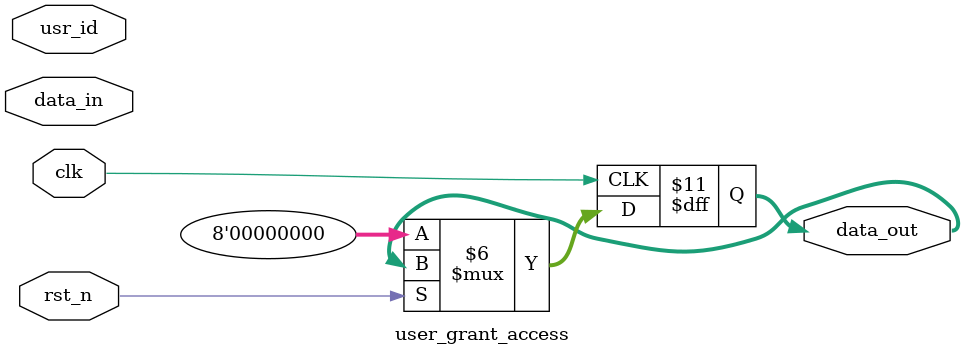
<source format=v>
module user_grant_access(data_out, usr_id, data_in, clk, rst_n);

output reg [7:0] data_out;
input wire [2:0] usr_id;
input wire [7:0] data_in;
input wire clk, rst_n;

reg grant_access;

always @ (posedge clk)
begin
    if (!rst_n)
        data_out = 0;
    else begin
        grant_access = (usr_id == 3'h4) ? 1'b1 : 1'b0;
        data_out = data_out;
    end
end

endmodule
</source>
